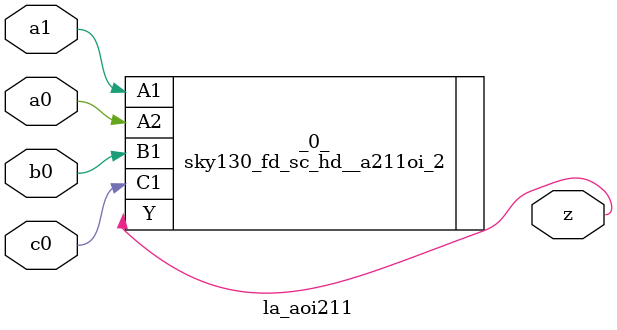
<source format=v>

/* Generated by Yosys 0.44 (git sha1 80ba43d26, g++ 11.4.0-1ubuntu1~22.04 -fPIC -O3) */

(* top =  1  *)
(* src = "inputs/la_aoi211.v:10.1-22.10" *)
module la_aoi211 (
    a0,
    a1,
    b0,
    c0,
    z
);
  (* src = "inputs/la_aoi211.v:13.12-13.14" *)
  input a0;
  wire a0;
  (* src = "inputs/la_aoi211.v:14.12-14.14" *)
  input a1;
  wire a1;
  (* src = "inputs/la_aoi211.v:15.12-15.14" *)
  input b0;
  wire b0;
  (* src = "inputs/la_aoi211.v:16.12-16.14" *)
  input c0;
  wire c0;
  (* src = "inputs/la_aoi211.v:17.12-17.13" *)
  output z;
  wire z;
  sky130_fd_sc_hd__a211oi_2 _0_ (
      .A1(a1),
      .A2(a0),
      .B1(b0),
      .C1(c0),
      .Y (z)
  );
endmodule

</source>
